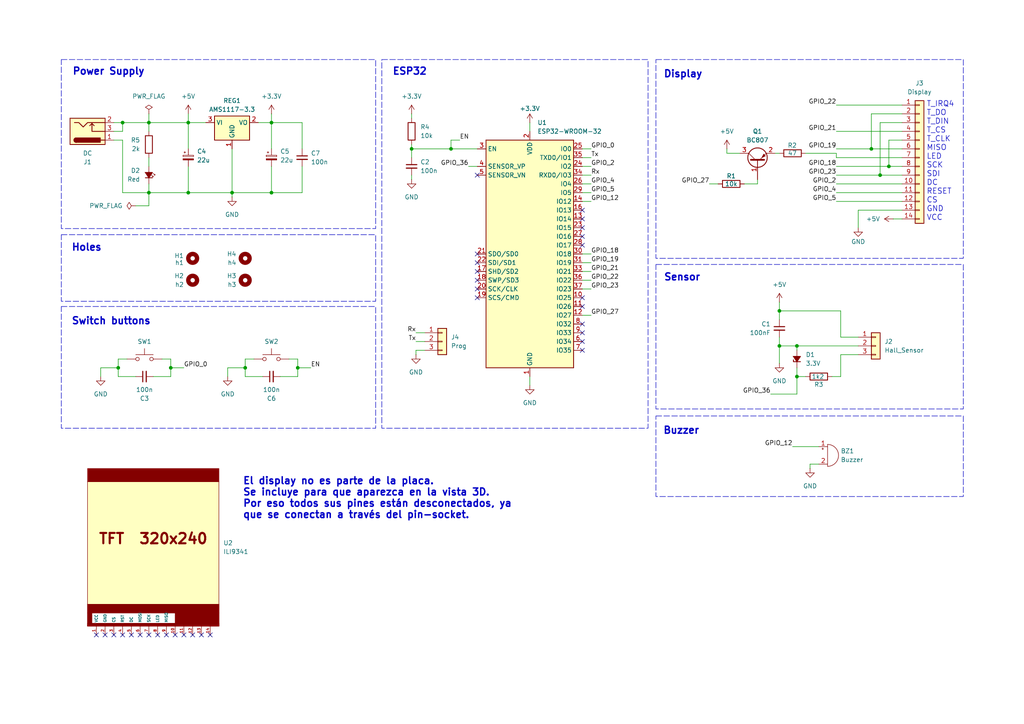
<source format=kicad_sch>
(kicad_sch (version 20231120) (generator "eeschema") (generator_version "8.0")
  (paper "A4")
  (title_block (title "RCP Neonatal") (date "2024-12-27") (rev "2.2") (company "Gus Ingeniería"))
  (lib_symbols
    (symbol "Connector:Barrel_Jack_Switch" (pin_names hide)
      (property "Reference" "J" (at 0 5.334 0))
      (property "Value" "Barrel_Jack_Switch" (at 0 -5.08 0))
      (symbol "Barrel_Jack_Switch_0_1"
        (rectangle (start -5.08 3.81) (end 5.08 -3.81) (stroke (width 0.254)) (fill (type background)))
        (arc (start -3.302 3.175) (mid -3.9343 2.54) (end -3.302 1.905) (stroke (width 0.254)))
        (arc (start -3.302 3.175) (mid -3.9343 2.54) (end -3.302 1.905) (stroke (width 0.254)) (fill (type outline)))
        (polyline (pts (xy 1.27 -2.286) (xy 1.905 -1.651)) (stroke (width 0.254)))
        (polyline (pts (xy 5.08 2.54) (xy 3.81 2.54)) (stroke (width 0.254)))
        (polyline (pts (xy 5.08 0) (xy 1.27 0) (xy 1.27 -2.286) (xy 0.635 -1.651)) (stroke (width 0.254)))
        (polyline (pts (xy -3.81 -2.54) (xy -2.54 -2.54) (xy -1.27 -1.27) (xy 0 -2.54) (xy 2.54 -2.54) (xy 5.08 -2.54)) (stroke (width 0.254)))
        (rectangle (start 3.683 3.175) (end -3.302 1.905) (stroke (width 0.254)) (fill (type outline)))
      )
      (symbol "Barrel_Jack_Switch_1_1"
        (pin passive line (at 7.62 2.54 180) (length 2.54) (name "~") (number "1"))
        (pin passive line (at 7.62 -2.54 180) (length 2.54) (name "~") (number "2"))
        (pin passive line (at 7.62 0 180) (length 2.54) (name "~") (number "3"))
      )
    )
    (symbol "Connector_Generic:Conn_01x03" (pin_names (offset 1.016) hide)
      (property "Reference" "J" (at 0 5.08 0))
      (property "Value" "Conn_01x03" (at 0 -5.08 0))
      (symbol "Conn_01x03_1_1"
        (rectangle (start -1.27 -2.413) (end 0 -2.667) (stroke (width 0.1524)))
        (rectangle (start -1.27 0.127) (end 0 -0.127) (stroke (width 0.1524)))
        (rectangle (start -1.27 2.667) (end 0 2.413) (stroke (width 0.1524)))
        (rectangle (start -1.27 3.81) (end 1.27 -3.81) (stroke (width 0.254)) (fill (type background)))
        (pin passive line (at -5.08 2.54 0) (length 3.81) (name "Pin_1") (number "1"))
        (pin passive line (at -5.08 0 0) (length 3.81) (name "Pin_2") (number "2"))
        (pin passive line (at -5.08 -2.54 0) (length 3.81) (name "Pin_3") (number "3"))
      )
    )
    (symbol "Connector_Generic:Conn_01x14" (pin_names (offset 1.016) hide)
      (property "Reference" "J" (at 0 17.78 0))
      (property "Value" "Conn_01x14" (at 0 -20.32 0))
      (symbol "Conn_01x14_1_1"
        (rectangle (start -1.27 -17.653) (end 0 -17.907) (stroke (width 0.1524)))
        (rectangle (start -1.27 -15.113) (end 0 -15.367) (stroke (width 0.1524)))
        (rectangle (start -1.27 -12.573) (end 0 -12.827) (stroke (width 0.1524)))
        (rectangle (start -1.27 -10.033) (end 0 -10.287) (stroke (width 0.1524)))
        (rectangle (start -1.27 -7.493) (end 0 -7.747) (stroke (width 0.1524)))
        (rectangle (start -1.27 -4.953) (end 0 -5.207) (stroke (width 0.1524)))
        (rectangle (start -1.27 -2.413) (end 0 -2.667) (stroke (width 0.1524)))
        (rectangle (start -1.27 0.127) (end 0 -0.127) (stroke (width 0.1524)))
        (rectangle (start -1.27 2.667) (end 0 2.413) (stroke (width 0.1524)))
        (rectangle (start -1.27 5.207) (end 0 4.953) (stroke (width 0.1524)))
        (rectangle (start -1.27 7.747) (end 0 7.493) (stroke (width 0.1524)))
        (rectangle (start -1.27 10.287) (end 0 10.033) (stroke (width 0.1524)))
        (rectangle (start -1.27 12.827) (end 0 12.573) (stroke (width 0.1524)))
        (rectangle (start -1.27 15.367) (end 0 15.113) (stroke (width 0.1524)))
        (rectangle (start -1.27 16.51) (end 1.27 -19.05) (stroke (width 0.254)) (fill (type background)))
        (pin passive line (at -5.08 15.24 0) (length 3.81) (name "Pin_1") (number "1"))
        (pin passive line (at -5.08 -7.62 0) (length 3.81) (name "Pin_10") (number "10"))
        (pin passive line (at -5.08 -10.16 0) (length 3.81) (name "Pin_11") (number "11"))
        (pin passive line (at -5.08 -12.7 0) (length 3.81) (name "Pin_12") (number "12"))
        (pin passive line (at -5.08 -15.24 0) (length 3.81) (name "Pin_13") (number "13"))
        (pin passive line (at -5.08 -17.78 0) (length 3.81) (name "Pin_14") (number "14"))
        (pin passive line (at -5.08 12.7 0) (length 3.81) (name "Pin_2") (number "2"))
        (pin passive line (at -5.08 10.16 0) (length 3.81) (name "Pin_3") (number "3"))
        (pin passive line (at -5.08 7.62 0) (length 3.81) (name "Pin_4") (number "4"))
        (pin passive line (at -5.08 5.08 0) (length 3.81) (name "Pin_5") (number "5"))
        (pin passive line (at -5.08 2.54 0) (length 3.81) (name "Pin_6") (number "6"))
        (pin passive line (at -5.08 0 0) (length 3.81) (name "Pin_7") (number "7"))
        (pin passive line (at -5.08 -2.54 0) (length 3.81) (name "Pin_8") (number "8"))
        (pin passive line (at -5.08 -5.08 0) (length 3.81) (name "Pin_9") (number "9"))
      )
    )
    (symbol "Device:Buzzer" (pin_names (offset 0.0254) hide)
      (property "Reference" "BZ" (at 3.81 1.27 0))
      (property "Value" "Buzzer" (at 3.81 -1.27 0))
      (symbol "Buzzer_0_1"
        (arc (start 0 -3.175) (mid 3.1612 0) (end 0 3.175))
        (polyline (pts (xy -1.651 1.905) (xy -1.143 1.905)))
        (polyline (pts (xy -1.397 2.159) (xy -1.397 1.651)))
        (polyline (pts (xy 0 3.175) (xy 0 -3.175)))
      )
      (symbol "Buzzer_1_1"
        (pin passive line (at -2.54 2.54 0) (length 2.54) (name "+") (number "1"))
        (pin passive line (at -2.54 -2.54 0) (length 2.54) (name "-") (number "2"))
      )
    )
    (symbol "Device:C_Polarized_Small" (pin_numbers hide) (pin_names (offset 0.254) hide)
      (property "Reference" "C" (at 0.254 1.778 0))
      (property "Value" "C_Polarized_Small" (at 0.254 -2.032 0))
      (symbol "C_Polarized_Small_0_1"
        (rectangle (start -1.524 -0.3048) (end 1.524 -0.6858) (fill (type outline)))
        (rectangle (start -1.524 0.6858) (end 1.524 0.3048))
        (polyline (pts (xy -1.27 1.524) (xy -0.762 1.524)))
        (polyline (pts (xy -1.016 1.27) (xy -1.016 1.778)))
      )
      (symbol "C_Polarized_Small_1_1"
        (pin passive line (at 0 2.54 270) (length 1.8542) (name "~") (number "1"))
        (pin passive line (at 0 -2.54 90) (length 1.8542) (name "~") (number "2"))
      )
    )
    (symbol "Device:C_Small" (pin_numbers hide) (pin_names (offset 0.254) hide)
      (property "Reference" "C" (at 0.254 1.778 0))
      (property "Value" "C_Small" (at 0.254 -2.032 0))
      (symbol "C_Small_0_1"
        (polyline (pts (xy -1.524 -0.508) (xy 1.524 -0.508)) (stroke (width 0.3302)))
        (polyline (pts (xy -1.524 0.508) (xy 1.524 0.508)) (stroke (width 0.3048)))
      )
      (symbol "C_Small_1_1"
        (pin passive line (at 0 2.54 270) (length 2.032) (name "~") (number "1"))
        (pin passive line (at 0 -2.54 90) (length 2.032) (name "~") (number "2"))
      )
    )
    (symbol "Device:D_Zener_Small_Filled" (pin_numbers hide) (pin_names (offset 0.254) hide)
      (property "Reference" "D" (at 0 2.286 0))
      (property "Value" "D_Zener_Small_Filled" (at 0 -2.286 0))
      (symbol "D_Zener_Small_Filled_0_1"
        (polyline (pts (xy 0.762 0) (xy -0.762 0)))
        (polyline (pts (xy -0.254 1.016) (xy -0.762 1.016) (xy -0.762 -1.016)) (stroke (width 0.254)))
        (polyline (pts (xy 0.762 1.016) (xy -0.762 0) (xy 0.762 -1.016) (xy 0.762 1.016)) (stroke (width 0.254)) (fill (type outline)))
      )
      (symbol "D_Zener_Small_Filled_1_1"
        (pin passive line (at -2.54 0 0) (length 1.778) (name "K") (number "1"))
        (pin passive line (at 2.54 0 180) (length 1.778) (name "A") (number "2"))
      )
    )
    (symbol "Device:LED_Small_Filled" (pin_numbers hide) (pin_names (offset 0.254) hide)
      (property "Reference" "D" (at -1.27 3.175 0))
      (property "Value" "LED_Small_Filled" (at -4.445 -2.54 0))
      (symbol "LED_Small_Filled_0_1"
        (polyline (pts (xy -0.762 -1.016) (xy -0.762 1.016)) (stroke (width 0.254)))
        (polyline (pts (xy 1.016 0) (xy -0.762 0)))
        (polyline (pts (xy 0.762 -1.016) (xy -0.762 0) (xy 0.762 1.016) (xy 0.762 -1.016)) (stroke (width 0.254)) (fill (type outline)))
        (polyline (pts (xy 0 0.762) (xy -0.508 1.27) (xy -0.254 1.27) (xy -0.508 1.27) (xy -0.508 1.016)))
        (polyline (pts (xy 0.508 1.27) (xy 0 1.778) (xy 0.254 1.778) (xy 0 1.778) (xy 0 1.524)))
      )
      (symbol "LED_Small_Filled_1_1"
        (pin passive line (at -2.54 0 0) (length 1.778) (name "K") (number "1"))
        (pin passive line (at 2.54 0 180) (length 1.778) (name "A") (number "2"))
      )
    )
    (symbol "Device:R" (pin_numbers hide) (pin_names (offset 0))
      (property "Reference" "R" (at 2.032 0 90))
      (property "Value" "R" (at 0 0 90))
      (symbol "R_0_1"
        (rectangle (start -1.016 -2.54) (end 1.016 2.54) (stroke (width 0.254)))
      )
      (symbol "R_1_1"
        (pin passive line (at 0 3.81 270) (length 1.27) (name "~") (number "1"))
        (pin passive line (at 0 -3.81 90) (length 1.27) (name "~") (number "2"))
      )
    )
    (symbol "Mechanical:MountingHole" (pin_names (offset 1.016)) (exclude_from_sim yes) (in_bom no)
      (property "Reference" "H" (at 0 5.08 0))
      (property "Value" "MountingHole" (at 0 3.175 0))
      (symbol "MountingHole_0_1"
        (circle (center 0 0) (radius 1.27) (stroke (width 1.27)))
      )
    )
    (symbol "RF_Module:ESP32-WROOM-32"
      (property "Reference" "U" (at -12.7 34.29 0))
      (property "Value" "ESP32-WROOM-32" (at 1.27 34.29 0))
      (symbol "ESP32-WROOM-32_0_1"
        (rectangle (start -12.7 33.02) (end 12.7 -33.02) (stroke (width 0.254)) (fill (type background)))
      )
      (symbol "ESP32-WROOM-32_1_1"
        (pin power_in line (at 0 -35.56 90) (length 2.54) (name "GND") (number "1"))
        (pin bidirectional line (at 15.24 -12.7 180) (length 2.54) (name "IO25") (number "10"))
        (pin bidirectional line (at 15.24 -15.24 180) (length 2.54) (name "IO26") (number "11"))
        (pin bidirectional line (at 15.24 -17.78 180) (length 2.54) (name "IO27") (number "12"))
        (pin bidirectional line (at 15.24 10.16 180) (length 2.54) (name "IO14") (number "13"))
        (pin bidirectional line (at 15.24 15.24 180) (length 2.54) (name "IO12") (number "14"))
        (pin passive line (at 0 -35.56 90) (length 2.54) hide (name "GND") (number "15"))
        (pin bidirectional line (at 15.24 12.7 180) (length 2.54) (name "IO13") (number "16"))
        (pin bidirectional line (at -15.24 -5.08 0) (length 2.54) (name "SHD/SD2") (number "17"))
        (pin bidirectional line (at -15.24 -7.62 0) (length 2.54) (name "SWP/SD3") (number "18"))
        (pin bidirectional line (at -15.24 -12.7 0) (length 2.54) (name "SCS/CMD") (number "19"))
        (pin power_in line (at 0 35.56 270) (length 2.54) (name "VDD") (number "2"))
        (pin bidirectional line (at -15.24 -10.16 0) (length 2.54) (name "SCK/CLK") (number "20"))
        (pin bidirectional line (at -15.24 0 0) (length 2.54) (name "SDO/SD0") (number "21"))
        (pin bidirectional line (at -15.24 -2.54 0) (length 2.54) (name "SDI/SD1") (number "22"))
        (pin bidirectional line (at 15.24 7.62 180) (length 2.54) (name "IO15") (number "23"))
        (pin bidirectional line (at 15.24 25.4 180) (length 2.54) (name "IO2") (number "24"))
        (pin bidirectional line (at 15.24 30.48 180) (length 2.54) (name "IO0") (number "25"))
        (pin bidirectional line (at 15.24 20.32 180) (length 2.54) (name "IO4") (number "26"))
        (pin bidirectional line (at 15.24 5.08 180) (length 2.54) (name "IO16") (number "27"))
        (pin bidirectional line (at 15.24 2.54 180) (length 2.54) (name "IO17") (number "28"))
        (pin bidirectional line (at 15.24 17.78 180) (length 2.54) (name "IO5") (number "29"))
        (pin input line (at -15.24 30.48 0) (length 2.54) (name "EN") (number "3"))
        (pin bidirectional line (at 15.24 0 180) (length 2.54) (name "IO18") (number "30"))
        (pin bidirectional line (at 15.24 -2.54 180) (length 2.54) (name "IO19") (number "31"))
        (pin no_connect line (at -12.7 -27.94 0) (length 2.54) hide (name "NC") (number "32"))
        (pin bidirectional line (at 15.24 -5.08 180) (length 2.54) (name "IO21") (number "33"))
        (pin bidirectional line (at 15.24 22.86 180) (length 2.54) (name "RXD0/IO3") (number "34"))
        (pin bidirectional line (at 15.24 27.94 180) (length 2.54) (name "TXD0/IO1") (number "35"))
        (pin bidirectional line (at 15.24 -7.62 180) (length 2.54) (name "IO22") (number "36"))
        (pin bidirectional line (at 15.24 -10.16 180) (length 2.54) (name "IO23") (number "37"))
        (pin passive line (at 0 -35.56 90) (length 2.54) hide (name "GND") (number "38"))
        (pin passive line (at 0 -35.56 90) (length 2.54) hide (name "GND") (number "39"))
        (pin input line (at -15.24 25.4 0) (length 2.54) (name "SENSOR_VP") (number "4"))
        (pin input line (at -15.24 22.86 0) (length 2.54) (name "SENSOR_VN") (number "5"))
        (pin input line (at 15.24 -25.4 180) (length 2.54) (name "IO34") (number "6"))
        (pin input line (at 15.24 -27.94 180) (length 2.54) (name "IO35") (number "7"))
        (pin bidirectional line (at 15.24 -20.32 180) (length 2.54) (name "IO32") (number "8"))
        (pin bidirectional line (at 15.24 -22.86 180) (length 2.54) (name "IO33") (number "9"))
      )
    )
    (symbol "Regulator_Linear:AMS1117-3.3"
      (property "Reference" "U" (at -3.81 3.175 0))
      (property "Value" "AMS1117-3.3" (at 0 3.175 0))
      (symbol "AMS1117-3.3_0_1"
        (rectangle (start -5.08 -5.08) (end 5.08 1.905) (stroke (width 0.254)) (fill (type background)))
      )
      (symbol "AMS1117-3.3_1_1"
        (pin power_in line (at 0 -7.62 90) (length 2.54) (name "GND") (number "1"))
        (pin power_out line (at 7.62 0 180) (length 2.54) (name "VO") (number "2"))
        (pin power_in line (at -7.62 0 0) (length 2.54) (name "VI") (number "3"))
      )
    )
    (symbol "Switch:SW_Push" (pin_numbers hide) (pin_names (offset 1.016) hide)
      (property "Reference" "SW" (at 1.27 2.54 0))
      (property "Value" "SW_Push" (at 0 -1.524 0))
      (symbol "SW_Push_0_1"
        (circle (center -2.032 0) (radius 0.508))
        (polyline (pts (xy 0 1.27) (xy 0 3.048)))
        (polyline (pts (xy 2.54 1.27) (xy -2.54 1.27)))
        (circle (center 2.032 0) (radius 0.508))
        (pin passive line (at -5.08 0 0) (length 2.54) (name "1") (number "1"))
        (pin passive line (at 5.08 0 180) (length 2.54) (name "2") (number "2"))
      )
    )
    (symbol "Transistor_BJT:BC807" (pin_names (offset 0) hide)
      (property "Reference" "Q" (at 5.08 1.905 0))
      (property "Value" "BC807" (at 5.08 0 0))
      (symbol "BC807_0_1"
        (polyline (pts (xy 0.635 0.635) (xy 2.54 2.54)))
        (polyline (pts (xy 0.635 -0.635) (xy 2.54 -2.54) (xy 2.54 -2.54)))
        (polyline (pts (xy 0.635 1.905) (xy 0.635 -1.905) (xy 0.635 -1.905)) (stroke (width 0.508)))
        (polyline (pts (xy 2.286 -1.778) (xy 1.778 -2.286) (xy 1.27 -1.27) (xy 2.286 -1.778) (xy 2.286 -1.778)) (fill (type outline)))
        (circle (center 1.27 0) (radius 2.8194) (stroke (width 0.254)))
      )
      (symbol "BC807_1_1"
        (pin input line (at -5.08 0 0) (length 5.715) (name "B") (number "1"))
        (pin passive line (at 2.54 -5.08 90) (length 2.54) (name "E") (number "2"))
        (pin passive line (at 2.54 5.08 270) (length 2.54) (name "C") (number "3"))
      )
    )
    (symbol "licho_displays:TFT_320x240" (pin_names (offset 1.016))
      (property "Reference" "U?" (at 20.32 25.4001 0))
      (property "Value" "TFT_320x240" (at 20.32 22.8601 0))
      (property "Footprint" "z_Devices:TFT-320x240" (at 20.32 20.3201 0))
      (symbol "TFT_320x240_0_0"
        (text "TFT  320x240" (at 0 25.4 0) (effects (font (size 2.9972 2.9972) (bold yes))))
      )
      (symbol "TFT_320x240_0_1"
        (rectangle (start -19.05 0) (end 19.05 0.8382) (fill (type outline)))
        (rectangle (start -19.05 0) (end 19.05 6.35))
        (rectangle (start -19.05 6.35) (end 19.05 3.81) (fill (type outline)))
        (rectangle (start -19.05 6.35) (end 19.05 41.91) (fill (type background)))
        (rectangle (start -19.05 41.91) (end 19.05 45.72) (fill (type outline)))
        (rectangle (start -17.78 0) (end -19.05 3.81) (fill (type outline)))
        (rectangle (start 19.05 0) (end 6.35 3.81) (fill (type outline)))
      )
      (symbol "TFT_320x240_1_1"
        (pin power_in line (at -16.51 -2.54 90) (length 2.54) (name "VCC") (number "1"))
        (pin bidirectional line (at 6.35 -2.54 90) (length 2.54) (name "~") (number "10"))
        (pin bidirectional line (at 8.89 -2.54 90) (length 2.54) (name "~") (number "11"))
        (pin bidirectional line (at 11.43 -2.54 90) (length 2.54) (name "~") (number "12"))
        (pin bidirectional line (at 13.97 -2.54 90) (length 2.54) (name "~") (number "13"))
        (pin bidirectional line (at 16.51 -2.54 90) (length 2.54) (name "~") (number "14"))
        (pin bidirectional line (at -13.97 -2.54 90) (length 2.54) (name "GND") (number "2"))
        (pin bidirectional line (at -11.43 -2.54 90) (length 2.54) (name "CS") (number "3"))
        (pin bidirectional line (at -8.89 -2.54 90) (length 2.54) (name "RST") (number "4"))
        (pin bidirectional line (at -6.35 -2.54 90) (length 2.54) (name "DC") (number "5"))
        (pin bidirectional line (at -3.81 -2.54 90) (length 2.54) (name "MOSI") (number "6"))
        (pin bidirectional line (at -1.27 -2.54 90) (length 2.54) (name "SCK") (number "7"))
        (pin power_in line (at 1.27 -2.54 90) (length 2.54) (name "LED") (number "8"))
        (pin bidirectional line (at 3.81 -2.54 90) (length 2.54) (name "MISO") (number "9"))
      )
    )
    (symbol "power:+3.3V" (power) (pin_numbers hide) (pin_names (offset 0) hide)
      (property "Value" "+3.3V" (at 0 3.556 0))
      (symbol "+3.3V_0_1"
        (polyline (pts (xy -0.762 1.27) (xy 0 2.54)))
        (polyline (pts (xy 0 0) (xy 0 2.54)))
        (polyline (pts (xy 0 2.54) (xy 0.762 1.27)))
      )
      (symbol "+3.3V_1_1"
        (pin power_in line (at 0 0 90) (length 0) (name "~") (number "1"))
      )
    )
    (symbol "power:+5V" (power) (pin_numbers hide) (pin_names (offset 0) hide)
      (property "Value" "+5V" (at 0 3.556 0))
      (symbol "+5V_0_1"
        (polyline (pts (xy -0.762 1.27) (xy 0 2.54)))
        (polyline (pts (xy 0 0) (xy 0 2.54)))
        (polyline (pts (xy 0 2.54) (xy 0.762 1.27)))
      )
      (symbol "+5V_1_1"
        (pin power_in line (at 0 0 90) (length 0) (name "~") (number "1"))
      )
    )
    (symbol "power:GND" (power) (pin_numbers hide) (pin_names (offset 0) hide)
      (property "Value" "GND" (at 0 -3.81 0))
      (symbol "GND_0_1"
        (polyline (pts (xy 0 0) (xy 0 -1.27) (xy 1.27 -1.27) (xy 0 -2.54) (xy -1.27 -1.27) (xy 0 -1.27)))
      )
      (symbol "GND_1_1"
        (pin power_in line (at 0 0 270) (length 0) (name "~") (number "1"))
      )
    )
    (symbol "power:PWR_FLAG" (power) (pin_numbers hide) (pin_names (offset 0) hide)
      (property "Value" "PWR_FLAG" (at 0 3.81 0))
      (symbol "PWR_FLAG_0_0"
        (pin power_out line (at 0 0 90) (length 0) (name "~") (number "1"))
      )
      (symbol "PWR_FLAG_0_1"
        (polyline (pts (xy 0 0) (xy 0 1.27) (xy -1.016 1.905) (xy 0 2.54) (xy 1.016 1.905) (xy 0 1.27)))
      )
    )
  )
  (junction (at 252.73 43.18))
  (junction (at 78.74 35.56))
  (junction (at 226.06 100.33))
  (junction (at 257.81 48.26))
  (junction (at 49.53 106.68))
  (junction (at 71.12 106.68))
  (junction (at 67.31 55.88))
  (junction (at 255.27 50.8))
  (junction (at 54.61 55.88))
  (junction (at 130.81 43.18))
  (junction (at 231.14 100.33))
  (junction (at 43.18 55.88))
  (junction (at 78.74 55.88))
  (junction (at 34.29 106.68))
  (junction (at 86.36 106.68))
  (junction (at 231.14 109.22))
  (junction (at 43.18 35.56))
  (junction (at 54.61 35.56))
  (junction (at 119.38 43.18))
  (junction (at 226.06 90.17))
  (junction (at 35.56 35.56))
  (no_connect (at 168.91 88.9))
  (no_connect (at 33.02 184.15))
  (no_connect (at 138.43 78.74))
  (no_connect (at 168.91 71.12))
  (no_connect (at 168.91 66.04))
  (no_connect (at 55.88 184.15))
  (no_connect (at 138.43 73.66))
  (no_connect (at 138.43 76.2))
  (no_connect (at 138.43 81.28))
  (no_connect (at 48.26 184.15))
  (no_connect (at 168.91 60.96))
  (no_connect (at 58.42 184.15))
  (no_connect (at 168.91 101.6))
  (no_connect (at 53.34 184.15))
  (no_connect (at 45.72 184.15))
  (no_connect (at 30.48 184.15))
  (no_connect (at 35.56 184.15))
  (no_connect (at 168.91 68.58))
  (no_connect (at 27.94 184.15))
  (no_connect (at 168.91 63.5))
  (no_connect (at 40.64 184.15))
  (no_connect (at 50.8 184.15))
  (no_connect (at 60.96 184.15))
  (no_connect (at 168.91 99.06))
  (no_connect (at 43.18 184.15))
  (no_connect (at 168.91 86.36))
  (no_connect (at 168.91 93.98))
  (no_connect (at 168.91 96.52))
  (no_connect (at 138.43 86.36))
  (no_connect (at 138.43 50.8))
  (no_connect (at 38.1 184.15))
  (no_connect (at 138.43 83.82))
  (wire (pts (xy 46.99 104.14) (xy 49.53 104.14)))
  (wire (pts (xy 54.61 48.26) (xy 54.61 55.88)))
  (wire (pts (xy 242.57 38.1) (xy 261.62 38.1)))
  (wire (pts (xy 171.45 43.18) (xy 168.91 43.18)))
  (wire (pts (xy 226.06 97.79) (xy 226.06 100.33)))
  (wire (pts (xy 54.61 33.02) (xy 54.61 35.56)))
  (wire (pts (xy 171.45 91.44) (xy 168.91 91.44)))
  (wire (pts (xy 205.74 53.34) (xy 208.28 53.34)))
  (wire (pts (xy 67.31 55.88) (xy 78.74 55.88)))
  (wire (pts (xy 252.73 33.02) (xy 252.73 43.18)))
  (wire (pts (xy 66.04 106.68) (xy 71.12 106.68)))
  (wire (pts (xy 120.65 102.87) (xy 120.65 101.6)))
  (wire (pts (xy 223.52 114.3) (xy 231.14 114.3)))
  (wire (pts (xy 86.36 106.68) (xy 86.36 109.22)))
  (wire (pts (xy 130.81 43.18) (xy 138.43 43.18)))
  (wire (pts (xy 231.14 114.3) (xy 231.14 109.22)))
  (wire (pts (xy 135.89 48.26) (xy 138.43 48.26)))
  (wire (pts (xy 53.34 106.68) (xy 49.53 106.68)))
  (wire (pts (xy 34.29 104.14) (xy 36.83 104.14)))
  (wire (pts (xy 66.04 109.22) (xy 66.04 106.68)))
  (wire (pts (xy 33.02 35.56) (xy 35.56 35.56)))
  (wire (pts (xy 243.84 102.87) (xy 248.92 102.87)))
  (wire (pts (xy 29.21 109.22) (xy 29.21 106.68)))
  (wire (pts (xy 171.45 73.66) (xy 168.91 73.66)))
  (wire (pts (xy 86.36 104.14) (xy 86.36 106.68)))
  (wire (pts (xy 237.49 129.54) (xy 229.87 129.54)))
  (wire (pts (xy 171.45 48.26) (xy 168.91 48.26)))
  (wire (pts (xy 259.08 63.5) (xy 261.62 63.5)))
  (wire (pts (xy 90.17 106.68) (xy 86.36 106.68)))
  (wire (pts (xy 43.18 38.1) (xy 43.18 35.56)))
  (wire (pts (xy 133.35 40.64) (xy 130.81 40.64)))
  (wire (pts (xy 33.02 40.64) (xy 35.56 40.64)))
  (wire (pts (xy 219.71 53.34) (xy 219.71 52.07)))
  (wire (pts (xy 39.37 109.22) (xy 34.29 109.22)))
  (wire (pts (xy 242.57 55.88) (xy 261.62 55.88)))
  (wire (pts (xy 210.82 43.18) (xy 210.82 44.45)))
  (wire (pts (xy 43.18 33.02) (xy 43.18 35.56)))
  (wire (pts (xy 243.84 90.17) (xy 243.84 97.79)))
  (wire (pts (xy 242.57 43.18) (xy 252.73 43.18)))
  (wire (pts (xy 242.57 44.45) (xy 242.57 45.72)))
  (wire (pts (xy 78.74 55.88) (xy 78.74 48.26)))
  (wire (pts (xy 76.2 109.22) (xy 71.12 109.22)))
  (wire (pts (xy 242.57 50.8) (xy 255.27 50.8)))
  (wire (pts (xy 119.38 43.18) (xy 119.38 45.72)))
  (wire (pts (xy 252.73 43.18) (xy 261.62 43.18)))
  (wire (pts (xy 153.67 109.22) (xy 153.67 111.76)))
  (wire (pts (xy 54.61 55.88) (xy 67.31 55.88)))
  (wire (pts (xy 153.67 35.56) (xy 153.67 38.1)))
  (wire (pts (xy 78.74 55.88) (xy 87.63 55.88)))
  (wire (pts (xy 171.45 76.2) (xy 168.91 76.2)))
  (wire (pts (xy 255.27 50.8) (xy 261.62 50.8)))
  (wire (pts (xy 231.14 100.33) (xy 248.92 100.33)))
  (wire (pts (xy 35.56 40.64) (xy 35.56 55.88)))
  (wire (pts (xy 87.63 48.26) (xy 87.63 55.88)))
  (wire (pts (xy 54.61 43.18) (xy 54.61 35.56)))
  (wire (pts (xy 86.36 109.22) (xy 81.28 109.22)))
  (wire (pts (xy 226.06 92.71) (xy 226.06 90.17)))
  (wire (pts (xy 43.18 35.56) (xy 54.61 35.56)))
  (wire (pts (xy 171.45 78.74) (xy 168.91 78.74)))
  (wire (pts (xy 257.81 48.26) (xy 261.62 48.26)))
  (wire (pts (xy 171.45 55.88) (xy 168.91 55.88)))
  (wire (pts (xy 33.02 38.1) (xy 35.56 38.1)))
  (wire (pts (xy 119.38 52.07) (xy 119.38 50.8)))
  (wire (pts (xy 243.84 97.79) (xy 248.92 97.79)))
  (wire (pts (xy 71.12 109.22) (xy 71.12 106.68)))
  (wire (pts (xy 226.06 100.33) (xy 231.14 100.33)))
  (wire (pts (xy 242.57 30.48) (xy 261.62 30.48)))
  (wire (pts (xy 171.45 50.8) (xy 168.91 50.8)))
  (wire (pts (xy 242.57 58.42) (xy 261.62 58.42)))
  (wire (pts (xy 71.12 106.68) (xy 71.12 104.14)))
  (wire (pts (xy 261.62 35.56) (xy 255.27 35.56)))
  (wire (pts (xy 78.74 33.02) (xy 78.74 35.56)))
  (wire (pts (xy 224.79 44.45) (xy 226.06 44.45)))
  (wire (pts (xy 34.29 106.68) (xy 34.29 104.14)))
  (wire (pts (xy 43.18 48.26) (xy 43.18 45.72)))
  (wire (pts (xy 215.9 53.34) (xy 219.71 53.34)))
  (wire (pts (xy 234.95 134.62) (xy 237.49 134.62)))
  (wire (pts (xy 49.53 104.14) (xy 49.53 106.68)))
  (wire (pts (xy 171.45 45.72) (xy 168.91 45.72)))
  (wire (pts (xy 171.45 83.82) (xy 168.91 83.82)))
  (wire (pts (xy 78.74 35.56) (xy 87.63 35.56)))
  (wire (pts (xy 171.45 58.42) (xy 168.91 58.42)))
  (wire (pts (xy 119.38 43.18) (xy 130.81 43.18)))
  (wire (pts (xy 123.19 96.52) (xy 120.65 96.52)))
  (wire (pts (xy 255.27 35.56) (xy 255.27 50.8)))
  (wire (pts (xy 123.19 99.06) (xy 120.65 99.06)))
  (wire (pts (xy 231.14 106.68) (xy 231.14 109.22)))
  (wire (pts (xy 49.53 106.68) (xy 49.53 109.22)))
  (wire (pts (xy 231.14 109.22) (xy 233.68 109.22)))
  (wire (pts (xy 119.38 41.91) (xy 119.38 43.18)))
  (wire (pts (xy 120.65 101.6) (xy 123.19 101.6)))
  (wire (pts (xy 78.74 35.56) (xy 78.74 43.18)))
  (wire (pts (xy 35.56 55.88) (xy 43.18 55.88)))
  (wire (pts (xy 171.45 81.28) (xy 168.91 81.28)))
  (wire (pts (xy 241.3 109.22) (xy 243.84 109.22)))
  (wire (pts (xy 87.63 35.56) (xy 87.63 43.18)))
  (wire (pts (xy 248.92 60.96) (xy 261.62 60.96)))
  (wire (pts (xy 261.62 40.64) (xy 257.81 40.64)))
  (wire (pts (xy 43.18 55.88) (xy 54.61 55.88)))
  (wire (pts (xy 210.82 44.45) (xy 214.63 44.45)))
  (wire (pts (xy 67.31 55.88) (xy 67.31 43.18)))
  (wire (pts (xy 34.29 109.22) (xy 34.29 106.68)))
  (wire (pts (xy 242.57 53.34) (xy 261.62 53.34)))
  (wire (pts (xy 226.06 90.17) (xy 243.84 90.17)))
  (wire (pts (xy 226.06 100.33) (xy 226.06 105.41)))
  (wire (pts (xy 35.56 35.56) (xy 43.18 35.56)))
  (wire (pts (xy 49.53 109.22) (xy 44.45 109.22)))
  (wire (pts (xy 242.57 45.72) (xy 261.62 45.72)))
  (wire (pts (xy 233.68 44.45) (xy 242.57 44.45)))
  (wire (pts (xy 234.95 135.89) (xy 234.95 134.62)))
  (wire (pts (xy 29.21 106.68) (xy 34.29 106.68)))
  (wire (pts (xy 119.38 33.02) (xy 119.38 34.29)))
  (wire (pts (xy 74.93 35.56) (xy 78.74 35.56)))
  (wire (pts (xy 83.82 104.14) (xy 86.36 104.14)))
  (wire (pts (xy 67.31 57.15) (xy 67.31 55.88)))
  (wire (pts (xy 257.81 40.64) (xy 257.81 48.26)))
  (wire (pts (xy 242.57 48.26) (xy 257.81 48.26)))
  (wire (pts (xy 71.12 104.14) (xy 73.66 104.14)))
  (wire (pts (xy 231.14 101.6) (xy 231.14 100.33)))
  (wire (pts (xy 54.61 35.56) (xy 59.69 35.56)))
  (wire (pts (xy 243.84 109.22) (xy 243.84 102.87)))
  (wire (pts (xy 171.45 53.34) (xy 168.91 53.34)))
  (wire (pts (xy 261.62 33.02) (xy 252.73 33.02)))
  (wire (pts (xy 43.18 59.69) (xy 43.18 55.88)))
  (wire (pts (xy 248.92 66.04) (xy 248.92 60.96)))
  (wire (pts (xy 226.06 87.63) (xy 226.06 90.17)))
  (wire (pts (xy 130.81 40.64) (xy 130.81 43.18)))
  (wire (pts (xy 35.56 38.1) (xy 35.56 35.56)))
  (wire (pts (xy 43.18 53.34) (xy 43.18 55.88)))
  (wire (pts (xy 39.37 59.69) (xy 43.18 59.69)))
  (rectangle (start 110.744 17.272) (end 187.96 124.206) (stroke (width 0) (type dash)))
  (rectangle (start 190.246 120.65) (end 279.4 144.018) (stroke (width 0) (type dash)))
  (rectangle (start 17.78 68.072) (end 108.966 87.376) (stroke (width 0) (type dash)))
  (rectangle (start 17.78 88.9) (end 108.966 124.206) (stroke (width 0) (type dash)))
  (rectangle (start 190.246 17.272) (end 279.4 74.93) (stroke (width 0) (type dash)))
  (rectangle (start 17.78 17.272) (end 108.966 66.294) (stroke (width 0) (type dash)))
  (rectangle (start 190.246 76.708) (end 279.4 118.618) (stroke (width 0) (type dash)))
  (text "ESP32 " (at 119.634 20.828 0) (effects (font (size 2.032 2.032) (thickness 0.4064) (bold yes))))
  (text "El display no es parte de la placa. \nSe incluye para que aparezca en la vista 3D.\nPor eso todos sus pines están desconectados, ya\nque se conectan a través del pin-socket." (at 70.358 144.526 0) (effects (font (size 2.032 2.032) (thickness 0.4064) (bold yes)) (justify left)))
  (text "Buzzer" (at 197.612 124.968 0) (effects (font (size 2.032 2.032) (thickness 0.4064) (bold yes))))
  (text "Switch buttons" (at 32.258 93.218 0) (effects (font (size 2.032 2.032) (thickness 0.4064) (bold yes))))
  (text "Sensor" (at 197.866 80.518 0) (effects (font (size 2.032 2.032) (thickness 0.4064) (bold yes))))
  (text "Display" (at 198.12 21.59 0) (effects (font (size 2.032 2.032) (thickness 0.4064) (bold yes))))
  (text "T_IRQ4\nT_DO\nT_DIN\nT_CS\nT_CLK\nMISO\nLED\nSCK\nSDI\nDC\nRESET\nCS\nGND\nVCC" (at 268.732 46.736 0) (effects (font (size 1.5748 1.5748)) (justify left)))
  (text "Holes" (at 25.146 71.882 0) (effects (font (size 2.032 2.032) (thickness 0.4064) (bold yes))))
  (text "Power Supply" (at 31.496 20.828 0) (effects (font (size 2.032 2.032) (thickness 0.4064) (bold yes))))
  (label "GPIO_12" (at 229.87 129.54 180))
  (label "GPIO_27" (at 205.74 53.34 180))
  (label "GPIO_2" (at 171.45 48.26 0))
  (label "Rx" (at 120.65 96.52 180))
  (label "EN" (at 90.17 106.68 0))
  (label "GPIO_21" (at 242.57 38.1 180))
  (label "GPIO_22" (at 242.57 30.48 180))
  (label "GPIO_23" (at 242.57 50.8 180))
  (label "GPIO_5" (at 171.45 55.88 0))
  (label "GPIO_22" (at 171.45 81.28 0))
  (label "GPIO_5" (at 242.57 58.42 180))
  (label "GPIO_19" (at 242.57 43.18 180))
  (label "GPIO_4" (at 171.45 53.34 0))
  (label "GPIO_0" (at 171.45 43.18 0))
  (label "GPIO_23" (at 171.45 83.82 0))
  (label "GPIO_21" (at 171.45 78.74 0))
  (label "GPIO_2" (at 242.57 53.34 180))
  (label "Tx" (at 171.45 45.72 0))
  (label "GPIO_0" (at 53.34 106.68 0))
  (label "EN" (at 133.35 40.64 0))
  (label "GPIO_19" (at 171.45 76.2 0))
  (label "GPIO_36" (at 223.52 114.3 180))
  (label "GPIO_4" (at 242.57 55.88 180))
  (label "GPIO_36" (at 135.89 48.26 180))
  (label "Rx" (at 171.45 50.8 0))
  (label "GPIO_12" (at 171.45 58.42 0))
  (label "GPIO_18" (at 242.57 48.26 180))
  (label "GPIO_27" (at 171.45 91.44 0))
  (label "GPIO_18" (at 171.45 73.66 0))
  (label "Tx" (at 120.65 99.06 180))
  (symbol (lib_id "power:+5V") (at 226.06 87.63 0) (unit 1)
    (property "Reference" "#PWR06" (effects (hide yes)))
    (property "Value" "+5V" (at 226.06 82.55 0))
    (property "Description" "Power symbol creates a global label with name \"+5V\"" (effects (hide yes)))
  )
  (symbol (lib_id "Device:R") (at 237.49 109.22 90) (unit 1)
    (property "Reference" "R3" (at 237.49 111.506 90))
    (property "Value" "1k2" (at 237.236 109.22 90))
    (property "Footprint" "Resistor_SMD:R_1206_3216Metric_Pad1.30x1.75mm_HandSolder" (effects (hide yes)))
    (property "Description" "Resistor" (effects (hide yes)))
  )
  (symbol (lib_id "Device:R") (at 212.09 53.34 270) (mirror x) (unit 1)
    (property "Reference" "R1" (at 212.09 51.054 90))
    (property "Value" "10k" (at 212.09 53.34 90))
    (property "Footprint" "Resistor_SMD:R_1206_3216Metric_Pad1.30x1.75mm_HandSolder" (effects (hide yes)))
    (property "Description" "Resistor" (effects (hide yes)))
  )
  (symbol (lib_id "power:GND") (at 226.06 105.41 0) (unit 1)
    (property "Reference" "#PWR07" (effects (hide yes)))
    (property "Value" "GND" (at 226.06 110.49 0))
    (property "Description" "Power symbol creates a global label with name \"GND\" , ground" (effects (hide yes)))
  )
  (symbol (lib_id "power:+3.3V") (at 119.38 33.02 0) (unit 1)
    (property "Reference" "#PWR01" (effects (hide yes)))
    (property "Value" "+3.3V" (at 119.38 27.94 0))
    (property "Description" "Power symbol creates a global label with name \"+3.3V\"" (effects (hide yes)))
  )
  (symbol (lib_id "power:GND") (at 29.21 109.22 0) (unit 1)
    (property "Reference" "#PWR03" (effects (hide yes)))
    (property "Value" "GND" (at 29.21 114.3 0))
    (property "Description" "Power symbol creates a global label with name \"GND\" , ground" (effects (hide yes)))
  )
  (symbol (lib_id "Device:R") (at 43.18 41.91 0) (mirror y) (unit 1)
    (property "Reference" "R5" (at 40.64 40.6399 0) (effects (justify left)))
    (property "Value" "2k" (at 40.64 43.1799 0) (effects (justify left)))
    (property "Footprint" "Resistor_SMD:R_1206_3216Metric_Pad1.30x1.75mm_HandSolder" (effects (hide yes)))
    (property "Description" "Resistor" (effects (hide yes)))
  )
  (symbol (lib_id "power:+5V") (at 54.61 33.02 0) (unit 1)
    (property "Reference" "#PWR05" (effects (hide yes)))
    (property "Value" "+5V" (at 54.61 27.94 0))
    (property "Description" "Power symbol creates a global label with name \"+5V\"" (effects (hide yes)))
  )
  (symbol (lib_id "Mechanical:MountingHole") (at 71.12 81.28 0) (mirror y) (unit 1) (exclude_from_sim yes) (in_bom no)
    (property "Reference" "H3" (at 68.58 80.0099 0) (effects (justify left)))
    (property "Value" "h3" (at 68.58 82.5499 0) (effects (justify left)))
    (property "Footprint" "MountingHole:MountingHole_3mm" (effects (hide yes)))
    (property "Description" "Mounting Hole without connection" (effects (hide yes)))
  )
  (symbol (lib_id "power:+3.3V") (at 153.67 35.56 0) (unit 1)
    (property "Reference" "#PWR04" (effects (hide yes)))
    (property "Value" "+3.3V" (at 153.67 31.496 0))
    (property "Description" "Power symbol creates a global label with name \"+3.3V\"" (effects (hide yes)))
  )
  (symbol (lib_id "Device:C_Polarized_Small") (at 78.74 45.72 0) (unit 1)
    (property "Reference" "C5" (at 81.28 43.9038 0) (effects (justify left)))
    (property "Value" "22u" (at 81.28 46.4438 0) (effects (justify left)))
    (property "Footprint" "Capacitor_SMD:CP_Elec_5x4.4" (effects (hide yes)))
    (property "Description" "Polarized capacitor, small symbol" (effects (hide yes)))
  )
  (symbol (lib_id "power:GND") (at 119.38 52.07 0) (unit 1)
    (property "Reference" "#PWR02" (effects (hide yes)))
    (property "Value" "GND" (at 119.38 57.15 0))
    (property "Description" "Power symbol creates a global label with name \"GND\" , ground" (effects (hide yes)))
  )
  (symbol (lib_id "Switch:SW_Push") (at 41.91 104.14 0) (unit 1)
    (property "Reference" "SW1" (at 41.91 99.06 0))
    (property "Value" "SW_Push" (effects (hide yes)))
    (property "Footprint" "Button_Switch_SMD:SW_SPST_B3U-1000P" (effects (hide yes)))
    (property "Description" "Push button switch, generic, two pins" (effects (hide yes)))
  )
  (symbol (lib_id "Device:D_Zener_Small_Filled") (at 231.14 104.14 90) (unit 1)
    (property "Reference" "D1" (at 233.68 102.8699 90) (effects (justify right)))
    (property "Value" "3.3V" (at 233.68 105.4099 90) (effects (justify right)))
    (property "Footprint" "Diode_THT:D_DO-35_SOD27_P7.62mm_Horizontal" (effects (hide yes)))
    (property "Description" "Zener diode, small symbol, filled shape" (effects (hide yes)))
  )
  (symbol (lib_id "power:PWR_FLAG") (at 39.37 59.69 90) (unit 1)
    (property "Reference" "#FLG05" (effects (hide yes)))
    (property "Value" "PWR_FLAG" (at 35.56 59.6899 90) (effects (justify left)))
    (property "Description" "Special symbol for telling ERC where power comes from" (effects (hide yes)))
  )
  (symbol (lib_id "power:GND") (at 120.65 102.87 0) (unit 1)
    (property "Reference" "#PWR016" (effects (hide yes)))
    (property "Value" "GND" (at 120.65 107.95 0))
    (property "Description" "Power symbol creates a global label with name \"GND\" , ground" (effects (hide yes)))
  )
  (symbol (lib_id "power:GND") (at 153.67 111.76 0) (unit 1)
    (property "Reference" "#PWR012" (effects (hide yes)))
    (property "Value" "GND" (at 153.67 116.84 0))
    (property "Description" "Power symbol creates a global label with name \"GND\" , ground" (effects (hide yes)))
  )
  (symbol (lib_id "Device:C_Small") (at 226.06 95.25 0) (mirror y) (unit 1)
    (property "Reference" "C1" (at 223.52 93.9862 0) (effects (justify left)))
    (property "Value" "100nF" (at 223.52 96.5262 0) (effects (justify left)))
    (property "Footprint" "Capacitor_SMD:C_1206_3216Metric_Pad1.33x1.80mm_HandSolder" (effects (hide yes)))
    (property "Description" "Unpolarized capacitor, small symbol" (effects (hide yes)))
  )
  (symbol (lib_id "power:PWR_FLAG") (at 43.18 33.02 0) (unit 1)
    (property "Reference" "#FLG03" (effects (hide yes)))
    (property "Value" "PWR_FLAG" (at 43.18 27.94 0))
    (property "Description" "Special symbol for telling ERC where power comes from" (effects (hide yes)))
  )
  (symbol (lib_id "Switch:SW_Push") (at 78.74 104.14 0) (unit 1)
    (property "Reference" "SW2" (at 78.74 99.06 0))
    (property "Value" "SW_Push" (effects (hide yes)))
    (property "Footprint" "Button_Switch_SMD:SW_SPST_B3U-1000P" (effects (hide yes)))
    (property "Description" "Push button switch, generic, two pins" (effects (hide yes)))
  )
  (symbol (lib_id "power:+5V") (at 210.82 43.18 0) (unit 1)
    (property "Reference" "#PWR09" (effects (hide yes)))
    (property "Value" "+5V" (at 210.82 38.1 0))
    (property "Description" "Power symbol creates a global label with name \"+5V\"" (effects (hide yes)))
  )
  (symbol (lib_id "Connector_Generic:Conn_01x03") (at 128.27 99.06 0) (unit 1)
    (property "Reference" "J4" (at 130.81 97.7899 0) (effects (justify left)))
    (property "Value" "Prog" (at 130.81 100.3299 0) (effects (justify left)))
    (property "Footprint" "Connector_PinHeader_2.54mm:PinHeader_1x03_P2.54mm_Horizontal" (effects (hide yes)))
    (property "Description" "Generic connector, single row, 01x03, script generated (kicad-library-utils/schlib/autogen/connector/)" (effects (hide yes)))
  )
  (symbol (lib_id "power:GND") (at 234.95 135.89 0) (unit 1)
    (property "Reference" "#PWR08" (effects (hide yes)))
    (property "Value" "GND" (at 234.95 140.97 0))
    (property "Description" "Power symbol creates a global label with name \"GND\" , ground" (effects (hide yes)))
  )
  (symbol (lib_id "Device:C_Small") (at 41.91 109.22 90) (mirror x) (unit 1)
    (property "Reference" "C3" (at 41.9163 115.57 90))
    (property "Value" "100n" (at 41.9163 113.03 90))
    (property "Footprint" "Capacitor_SMD:C_1206_3216Metric_Pad1.33x1.80mm_HandSolder" (effects (hide yes)))
    (property "Description" "Unpolarized capacitor, small symbol" (effects (hide yes)))
  )
  (symbol (lib_id "Device:C_Polarized_Small") (at 54.61 45.72 0) (unit 1)
    (property "Reference" "C4" (at 57.15 43.9038 0) (effects (justify left)))
    (property "Value" "22u" (at 57.15 46.4438 0) (effects (justify left)))
    (property "Footprint" "Capacitor_SMD:CP_Elec_5x4.4" (effects (hide yes)))
    (property "Description" "Polarized capacitor, small symbol" (effects (hide yes)))
  )
  (symbol (lib_id "power:GND") (at 248.92 66.04 0) (mirror y) (unit 1)
    (property "Reference" "#PWR010" (effects (hide yes)))
    (property "Value" "GND" (at 248.92 70.104 0))
    (property "Description" "Power symbol creates a global label with name \"GND\" , ground" (effects (hide yes)))
  )
  (symbol (lib_id "Device:C_Small") (at 119.38 48.26 0) (unit 1)
    (property "Reference" "C2" (at 121.92 46.9962 0) (effects (justify left)))
    (property "Value" "100n" (at 121.92 49.5362 0) (effects (justify left)))
    (property "Footprint" "Capacitor_SMD:C_1206_3216Metric_Pad1.33x1.80mm_HandSolder" (effects (hide yes)))
    (property "Description" "Unpolarized capacitor, small symbol" (effects (hide yes)))
  )
  (symbol (lib_id "power:GND") (at 67.31 57.15 0) (unit 1)
    (property "Reference" "#PWR014" (effects (hide yes)))
    (property "Value" "GND" (at 67.31 62.23 0))
    (property "Description" "Power symbol creates a global label with name \"GND\" , ground" (effects (hide yes)))
  )
  (symbol (lib_id "power:+5V") (at 259.08 63.5 90) (unit 1)
    (property "Reference" "#PWR011" (effects (hide yes)))
    (property "Value" "+5V" (at 255.27 63.4999 90) (effects (justify left)))
    (property "Description" "Power symbol creates a global label with name \"+5V\"" (effects (hide yes)))
  )
  (symbol (lib_id "Regulator_Linear:AMS1117-3.3") (at 67.31 35.56 0) (unit 1)
    (property "Reference" "REG1" (at 67.31 29.21 0))
    (property "Value" "AMS1117-3.3" (at 67.31 31.75 0))
    (property "Footprint" "Package_TO_SOT_SMD:SOT-223-3_TabPin2" (effects (hide yes)))
    (property "Datasheet" "http://www.advanced-monolithic.com/pdf/ds1117.pdf" (effects (hide yes)))
    (property "Description" "1A Low Dropout regulator, positive, 3.3V fixed output, SOT-223" (effects (hide yes)))
  )
  (symbol (lib_id "Device:C_Small") (at 78.74 109.22 90) (mirror x) (unit 1)
    (property "Reference" "C6" (at 78.7463 115.57 90))
    (property "Value" "100n" (at 78.7463 113.03 90))
    (property "Footprint" "Capacitor_SMD:C_1206_3216Metric_Pad1.33x1.80mm_HandSolder" (effects (hide yes)))
    (property "Description" "Unpolarized capacitor, small symbol" (effects (hide yes)))
  )
  (symbol (lib_id "Transistor_BJT:BC807") (at 219.71 46.99 90) (unit 1)
    (property "Reference" "Q1" (at 219.71 38.1 90))
    (property "Value" "BC807" (at 219.71 40.64 90))
    (property "Footprint" "Package_TO_SOT_SMD:SOT-23" (effects (hide yes)))
    (property "Datasheet" "https://www.onsemi.com/pub/Collateral/BC808-D.pdf" (effects (hide yes)))
    (property "Description" "0.8A Ic, 45V Vce, PNP Transistor, SOT-23" (effects (hide yes)))
  )
  (symbol (lib_id "Mechanical:MountingHole") (at 71.12 74.93 0) (mirror y) (unit 1) (exclude_from_sim yes) (in_bom no)
    (property "Reference" "H4" (at 68.58 73.6599 0) (effects (justify left)))
    (property "Value" "h4" (at 68.58 76.1999 0) (effects (justify left)))
    (property "Footprint" "MountingHole:MountingHole_3mm" (effects (hide yes)))
    (property "Description" "Mounting Hole without connection" (effects (hide yes)))
  )
  (symbol (lib_id "Mechanical:MountingHole") (at 55.88 74.93 0) (mirror y) (unit 1) (exclude_from_sim yes) (in_bom no)
    (property "Reference" "H1" (at 53.34 74.168 0) (effects (justify left)))
    (property "Value" "h1" (at 53.34 76.1999 0) (effects (justify left)))
    (property "Footprint" "MountingHole:MountingHole_3mm" (effects (hide yes)))
    (property "Description" "Mounting Hole without connection" (effects (hide yes)))
  )
  (symbol (lib_id "Device:Buzzer") (at 240.03 132.08 0) (unit 1)
    (property "Reference" "BZ1" (at 243.84 130.8099 0) (effects (justify left)))
    (property "Value" "Buzzer" (at 243.84 133.3499 0) (effects (justify left)))
    (property "Footprint" "Buzzer_Beeper:Buzzer_12x9.5RM7.6" (effects (hide yes)))
    (property "Description" "Buzzer, polarized" (effects (hide yes)))
  )
  (symbol (lib_id "power:+3.3V") (at 78.74 33.02 0) (unit 1)
    (property "Reference" "#PWR015" (effects (hide yes)))
    (property "Value" "+3.3V" (at 78.74 27.94 0))
    (property "Description" "Power symbol creates a global label with name \"+3.3V\"" (effects (hide yes)))
  )
  (symbol (lib_id "Device:LED_Small_Filled") (at 43.18 50.8 270) (mirror x) (unit 1)
    (property "Reference" "D2" (at 40.64 49.4664 90) (effects (justify right)))
    (property "Value" "Red" (at 40.64 52.0064 90) (effects (justify right)))
    (property "Footprint" "LED_THT:LED_D3.0mm_Horizontal_O1.27mm_Z2.0mm" (effects (hide yes)))
    (property "Description" "Light emitting diode, small symbol, filled shape" (effects (hide yes)))
  )
  (symbol (lib_id "Connector_Generic:Conn_01x03") (at 254 100.33 0) (unit 1)
    (property "Reference" "J2" (at 256.54 99.0599 0) (effects (justify left)))
    (property "Value" "Hall_Sensor" (at 256.54 101.5999 0) (effects (justify left)))
    (property "Footprint" "Connector_PinHeader_2.54mm:PinHeader_1x03_P2.54mm_Horizontal" (effects (hide yes)))
    (property "Description" "Generic connector, single row, 01x03, script generated (kicad-library-utils/schlib/autogen/connector/)" (effects (hide yes)))
  )
  (symbol (lib_id "Device:C_Small") (at 87.63 45.72 0) (unit 1)
    (property "Reference" "C7" (at 90.17 44.4562 0) (effects (justify left)))
    (property "Value" "100n" (at 90.17 46.9962 0) (effects (justify left)))
    (property "Footprint" "Capacitor_SMD:C_1206_3216Metric_Pad1.33x1.80mm_HandSolder" (effects (hide yes)))
    (property "Description" "Unpolarized capacitor, small symbol" (effects (hide yes)))
  )
  (symbol (lib_id "RF_Module:ESP32-WROOM-32") (at 153.67 73.66 0) (unit 1)
    (property "Reference" "U1" (at 155.8641 35.56 0) (effects (justify left)))
    (property "Value" "ESP32-WROOM-32" (at 155.8641 38.1 0) (effects (justify left)))
    (property "Footprint" "RF_Module:ESP32-WROOM-32" (effects (hide yes)))
    (property "Datasheet" "https://www.espressif.com/sites/default/files/documentation/esp32-wroom-32_datasheet_en.pdf" (effects (hide yes)))
    (property "Description" "RF Module, ESP32-D0WDQ6 SoC, Wi-Fi 802.11b/g/n, Bluetooth, BLE, 32-bit, 2.7-3.6V, onboard antenna, SMD" (effects (hide yes)))
  )
  (symbol (lib_id "Connector_Generic:Conn_01x14") (at 266.7 45.72 0) (unit 1)
    (property "Reference" "J3" (at 266.7 24.13 0))
    (property "Value" "Display" (at 266.7 26.67 0))
    (property "Footprint" "Connector_PinSocket_2.54mm:PinSocket_1x14_P2.54mm_Vertical" (effects (hide yes)))
    (property "Description" "Generic connector, single row, 01x14, script generated (kicad-library-utils/schlib/autogen/connector/)" (effects (hide yes)))
  )
  (symbol (lib_id "power:GND") (at 66.04 109.22 0) (unit 1)
    (property "Reference" "#PWR013" (effects (hide yes)))
    (property "Value" "GND" (at 66.04 114.3 0))
    (property "Description" "Power symbol creates a global label with name \"GND\" , ground" (effects (hide yes)))
  )
  (symbol (lib_id "Mechanical:MountingHole") (at 55.88 81.28 0) (mirror y) (unit 1) (exclude_from_sim yes) (in_bom no)
    (property "Reference" "H2" (at 53.34 80.0099 0) (effects (justify left)))
    (property "Value" "h2" (at 53.34 82.5499 0) (effects (justify left)))
    (property "Footprint" "MountingHole:MountingHole_3mm" (effects (hide yes)))
    (property "Description" "Mounting Hole without connection" (effects (hide yes)))
  )
  (symbol (lib_id "licho_displays:TFT_320x240") (at 44.45 181.61 0) (unit 1)
    (property "Reference" "U2" (at 64.77 157.4799 0) (effects (justify left)))
    (property "Value" "ILI9341" (at 64.77 160.0199 0) (effects (justify left)))
    (property "Footprint" "miscelaneo_licho:TFT-320x240_ILI9341_TOUCH" (effects (hide yes)))
  )
  (symbol (lib_id "Device:R") (at 229.87 44.45 90) (mirror x) (unit 1)
    (property "Reference" "R2" (at 231.14 42.164 90) (effects (justify left)))
    (property "Value" "47" (at 231.14 44.45 90) (effects (justify left)))
    (property "Footprint" "Resistor_SMD:R_1206_3216Metric_Pad1.30x1.75mm_HandSolder" (effects (hide yes)))
    (property "Description" "Resistor" (effects (hide yes)))
  )
  (symbol (lib_id "Connector:Barrel_Jack_Switch") (at 25.4 38.1 0) (mirror x) (unit 1)
    (property "Reference" "J1" (at 25.4 46.99 0))
    (property "Value" "DC" (at 25.4 44.45 0))
    (property "Footprint" "Connector_BarrelJack:BarrelJack_Horizontal" (effects (hide yes)))
    (property "Description" "DC Barrel Jack with an internal switch" (effects (hide yes)))
  )
  (symbol (lib_id "Device:R") (at 119.38 38.1 0) (unit 1)
    (property "Reference" "R4" (at 121.92 36.8299 0) (effects (justify left)))
    (property "Value" "10k" (at 121.92 39.3699 0) (effects (justify left)))
    (property "Footprint" "Resistor_SMD:R_1206_3216Metric_Pad1.30x1.75mm_HandSolder" (effects (hide yes)))
    (property "Description" "Resistor" (effects (hide yes)))
  )
)
</source>
